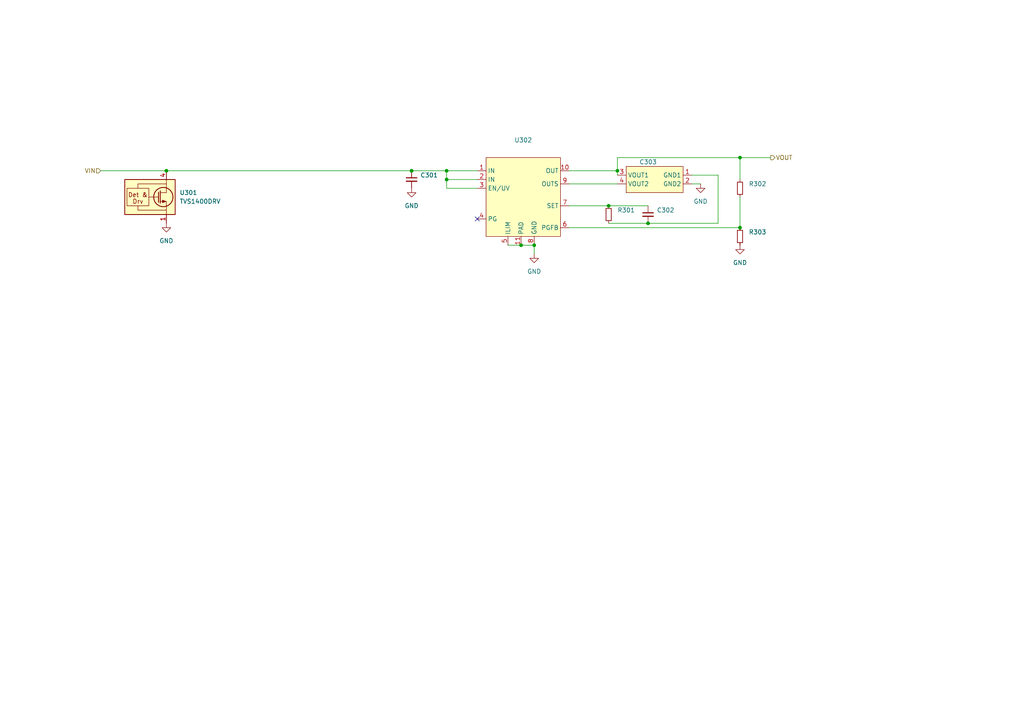
<source format=kicad_sch>
(kicad_sch (version 20211123) (generator eeschema)
  (paper "A4")
  (title_block (title "ES9033 DAC prototype") (date "2022-09-09") (rev "0.1") (company "Fabian Muehlberger "))
  (lib_symbols
    (symbol "Device:C_Small" (pin_numbers hide) (pin_names (offset 0.254) hide)
      (property "Reference" "C" (at 0.254 1.778 0))
      (property "Value" "C_Small" (at 0.254 -2.032 0))
      (symbol "C_Small_0_1"
        (polyline (pts (xy -1.524 -0.508) (xy 1.524 -0.508)) (stroke (width 0.3302)))
        (polyline (pts (xy -1.524 0.508) (xy 1.524 0.508)) (stroke (width 0.3048)))
      )
      (symbol "C_Small_1_1"
        (pin passive line (at 0 2.54 270) (length 2.032) (name "~") (number "1"))
        (pin passive line (at 0 -2.54 90) (length 2.032) (name "~") (number "2"))
      )
    )
    (symbol "Device:R_Small" (pin_numbers hide) (pin_names (offset 0.254) hide)
      (property "Reference" "R" (at 0.762 0.508 0))
      (property "Value" "R_Small" (at 0.762 -1.016 0))
      (symbol "R_Small_0_1"
        (rectangle (start -0.762 1.778) (end 0.762 -1.778) (stroke (width 0.2032)))
      )
      (symbol "R_Small_1_1"
        (pin passive line (at 0 2.54 270) (length 0.762) (name "~") (number "1"))
        (pin passive line (at 0 -2.54 90) (length 0.762) (name "~") (number "2"))
      )
    )
    (symbol "Power_Protection:TVS1400DRV" (pin_names (offset 0) hide)
      (property "Reference" "U" (at 2.54 1.27 0))
      (property "Value" "TVS1400DRV" (at 2.54 -1.27 0))
      (symbol "TVS1400DRV_0_0"
        (rectangle (start -11.43 2.54) (end -5.08 -2.54))
        (polyline (pts (xy 0 1.27) (xy -1.778 1.27)))
        (polyline (pts (xy -8.255 -2.54) (xy -8.255 -3.81) (xy 0 -3.81)))
        (polyline (pts (xy -8.255 2.54) (xy -8.255 3.81) (xy 0 3.81)))
        (text "Det &" (at -8.255 0.635 0) (effects (font (size 1.27 1.27))))
        (text "Drv" (at -8.255 -1.27 0) (effects (font (size 1.27 1.27))))
      )
      (symbol "TVS1400DRV_0_1"
        (rectangle (start -12.065 5.08) (end 2.54 -5.08) (stroke (width 0.254)) (fill (type background)))
        (circle (center -0.889 0) (radius 2.794) (stroke (width 0.254)))
        (polyline (pts (xy -2.286 0) (xy -5.08 0)))
        (polyline (pts (xy -2.286 1.397) (xy -2.286 -1.524)) (stroke (width 0.254)))
        (polyline (pts (xy -1.778 1.778) (xy -1.778 -1.778)) (stroke (width 0.254)))
        (polyline (pts (xy 0 -2.54) (xy 0 -5.08)))
        (polyline (pts (xy 0 2.54) (xy 0 1.27)))
        (polyline (pts (xy 0 5.08) (xy 0 2.54)))
        (polyline (pts (xy 0 -2.54) (xy 0 -1.27) (xy -1.778 -1.27)))
        (polyline (pts (xy -0.127 -1.27) (xy -1.143 -1.651) (xy -1.143 -0.889) (xy -0.127 -1.27)) (fill (type outline)))
      )
      (symbol "TVS1400DRV_1_1"
        (pin power_in line (at 0 -7.62 90) (length 2.54) (name "GND") (number "1"))
        (pin power_in line (at 0 -7.62 90) (length 2.54) hide (name "GND") (number "2"))
        (pin power_in line (at 0 -7.62 90) (length 2.54) hide (name "GND") (number "3"))
        (pin passive line (at 0 7.62 270) (length 2.54) (name "IN") (number "4"))
        (pin passive line (at 0 7.62 270) (length 2.54) hide (name "IN") (number "5"))
        (pin passive line (at 0 7.62 270) (length 2.54) hide (name "IN") (number "6"))
        (pin power_in line (at 0 -7.62 90) (length 2.54) hide (name "GND") (number "7"))
      )
    )
    (symbol "power:GND" (power) (pin_names (offset 0))
      (property "Value" "GND" (at 0 -3.81 0))
      (symbol "GND_0_1"
        (polyline (pts (xy 0 0) (xy 0 -1.27) (xy 1.27 -1.27) (xy 0 -2.54) (xy -1.27 -1.27) (xy 0 -1.27)))
      )
      (symbol "GND_1_1"
        (pin power_in line (at 0 0 270) (length 0) hide (name "GND") (number "1"))
      )
    )
    (symbol "project_lib:LT3042"
      (property "Reference" "U" (at 0 0 0))
      (property "Value" "LT3042" (at 0 2.54 0))
      (symbol "LT3042_0_1"
        (rectangle (start -10.16 12.7) (end 11.43 -10.16) (fill (type background)))
      )
      (symbol "LT3042_1_1"
        (pin power_in line (at -12.7 8.89 0) (length 2.54) (name "IN") (number "1"))
        (pin power_out line (at 13.97 8.89 180) (length 2.54) (name "OUT") (number "10"))
        (pin power_in line (at 0 -12.7 90) (length 2.54) (name "PAD") (number "11"))
        (pin power_in line (at -12.7 6.35 0) (length 2.54) (name "IN") (number "2"))
        (pin input line (at -12.7 3.81 0) (length 2.54) (name "EN/UV") (number "3"))
        (pin output line (at -12.7 -5.08 0) (length 2.54) (name "PG") (number "4"))
        (pin input line (at -3.81 -12.7 90) (length 2.54) (name "ILIM") (number "5"))
        (pin input line (at 13.97 -7.62 180) (length 2.54) (name "PGFB") (number "6"))
        (pin input line (at 13.97 -1.27 180) (length 2.54) (name "SET") (number "7"))
        (pin power_in line (at 3.81 -12.7 90) (length 2.54) (name "GND") (number "8"))
        (pin input line (at 13.97 5.08 180) (length 2.54) (name "OUTS") (number "9"))
      )
    )
    (symbol "project_lib:cap_split"
      (property "Reference" "U" (at -5.08 12.7 0))
      (property "Value" "cap_split" (at -11.43 13.97 0))
      (symbol "cap_split_0_1"
        (rectangle (start -7.62 3.81) (end 8.89 -3.81) (fill (type background)))
      )
      (symbol "cap_split_1_1"
        (pin power_in line (at 11.43 1.27 180) (length 2.54) (name "GND1") (number "1"))
        (pin power_in line (at 11.43 -1.27 180) (length 2.54) (name "GND2") (number "2"))
        (pin power_in line (at -10.16 1.27 0) (length 2.54) (name "VOUT1") (number "3"))
        (pin power_in line (at -10.16 -1.27 0) (length 2.54) (name "VOUT2") (number "4"))
      )
    )
  )
  (junction (at 119.38 49.53))
  (junction (at 187.96 64.77))
  (junction (at 151.13 71.12))
  (junction (at 214.63 45.72))
  (junction (at 129.54 49.53))
  (junction (at 176.53 59.69))
  (junction (at 48.26 49.53))
  (junction (at 129.54 52.07))
  (junction (at 154.94 71.12))
  (junction (at 179.07 49.53))
  (junction (at 214.63 66.04))
  (no_connect (at 138.43 63.5))
  (wire (pts (xy 179.07 45.72) (xy 214.63 45.72)))
  (wire (pts (xy 165.1 53.34) (xy 179.07 53.34)))
  (wire (pts (xy 129.54 49.53) (xy 138.43 49.53)))
  (wire (pts (xy 208.28 50.8) (xy 208.28 64.77)))
  (wire (pts (xy 165.1 59.69) (xy 176.53 59.69)))
  (wire (pts (xy 214.63 57.15) (xy 214.63 66.04)))
  (wire (pts (xy 147.32 71.12) (xy 151.13 71.12)))
  (wire (pts (xy 165.1 49.53) (xy 179.07 49.53)))
  (wire (pts (xy 187.96 59.69) (xy 176.53 59.69)))
  (wire (pts (xy 208.28 50.8) (xy 200.66 50.8)))
  (wire (pts (xy 214.63 52.07) (xy 214.63 45.72)))
  (wire (pts (xy 151.13 71.12) (xy 154.94 71.12)))
  (wire (pts (xy 48.26 49.53) (xy 119.38 49.53)))
  (wire (pts (xy 179.07 49.53) (xy 179.07 50.8)))
  (wire (pts (xy 165.1 66.04) (xy 214.63 66.04)))
  (wire (pts (xy 187.96 64.77) (xy 176.53 64.77)))
  (wire (pts (xy 200.66 53.34) (xy 203.2 53.34)))
  (wire (pts (xy 179.07 49.53) (xy 179.07 45.72)))
  (wire (pts (xy 119.38 49.53) (xy 129.54 49.53)))
  (wire (pts (xy 214.63 45.72) (xy 223.52 45.72)))
  (wire (pts (xy 129.54 52.07) (xy 129.54 54.61)))
  (wire (pts (xy 138.43 54.61) (xy 129.54 54.61)))
  (wire (pts (xy 129.54 52.07) (xy 129.54 49.53)))
  (wire (pts (xy 29.21 49.53) (xy 48.26 49.53)))
  (wire (pts (xy 129.54 52.07) (xy 138.43 52.07)))
  (wire (pts (xy 187.96 64.77) (xy 208.28 64.77)))
  (wire (pts (xy 154.94 73.66) (xy 154.94 71.12)))
  (hierarchical_label "VOUT" (shape output) (at 223.52 45.72 0))
  (hierarchical_label "VIN" (shape input) (at 29.21 49.53 180))
  (symbol (lib_id "Device:C_Small") (at 187.96 62.23 0) (unit 1)
    (property "Reference" "C302" (at 190.5 60.96 0) (effects (justify left)))
  )
  (symbol (lib_id "Device:R_Small") (at 214.63 54.61 0) (unit 1)
    (property "Reference" "R302" (at 217.17 53.3399 0) (effects (justify left)))
  )
  (symbol (lib_id "Power_Protection:TVS1400DRV") (at 48.26 57.15 0) (unit 1)
    (property "Reference" "U301" (at 52.07 55.8799 0) (effects (justify left)))
    (property "Value" "TVS1400DRV" (at 52.07 58.4199 0) (effects (justify left)))
    (property "Footprint" "Package_SON:WSON-6-1EP_2x2mm_P0.65mm_EP1x1.6mm" (effects hide))
    (property "Datasheet" "http://www.ti.com/lit/ds/symlink/tvs1400.pdf" (effects hide))
  )
  (symbol (lib_id "power:GND") (at 154.94 73.66 0) (unit 1)
    (property "Reference" "#PWR0303" (effects hide))
  )
  (symbol (lib_id "power:GND") (at 214.63 71.12 0) (unit 1)
    (property "Reference" "#PWR0305" (effects hide))
  )
  (symbol (lib_id "power:GND") (at 48.26 64.77 0) (unit 1)
    (property "Reference" "#PWR0301" (effects hide))
    (property "Value" "GND" (at 48.26 69.85 0))
  )
  (symbol (lib_id "project_lib:LT3042") (at 151.13 58.42 0) (unit 1)
    (property "Reference" "U302" (at 151.765 40.64 0))
  )
  (symbol (lib_id "power:GND") (at 119.38 54.61 0) (unit 1)
    (property "Reference" "#PWR0302" (effects hide))
  )
  (symbol (lib_id "power:GND") (at 203.2 53.34 0) (unit 1)
    (property "Reference" "#PWR0304" (effects hide))
  )
  (symbol (lib_id "Device:C_Small") (at 119.38 52.07 0) (unit 1)
    (property "Reference" "C301" (at 121.92 50.8062 0) (effects (justify left)))
  )
  (symbol (lib_id "Device:R_Small") (at 214.63 68.58 0) (unit 1)
    (property "Reference" "R303" (at 217.17 67.3099 0) (effects (justify left)))
  )
  (symbol (lib_id "Device:R_Small") (at 176.53 62.23 0) (unit 1)
    (property "Reference" "R301" (at 179.07 60.9599 0) (effects (justify left)))
  )
  (symbol (lib_id "project_lib:cap_split") (at 189.23 52.07 0) (unit 1)
    (property "Reference" "C303" (at 185.42 46.99 0) (effects (justify left)))
  )
)
</source>
